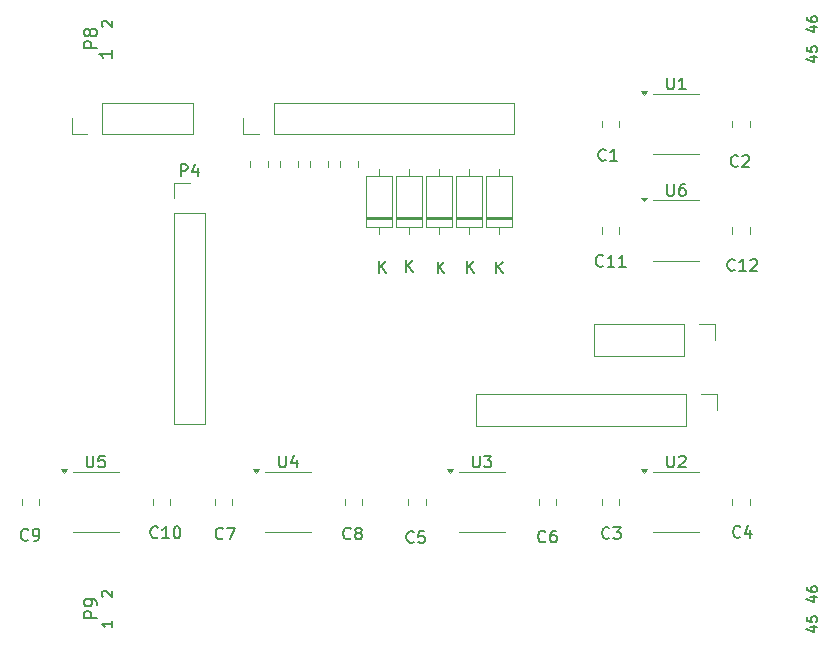
<source format=gto>
G04 #@! TF.GenerationSoftware,KiCad,Pcbnew,8.0.6*
G04 #@! TF.CreationDate,2025-01-05T20:35:50-05:00*
G04 #@! TF.ProjectId,Beagle-AI-64-CAN-Part2,42656167-6c65-42d4-9149-2d36342d4341,rev?*
G04 #@! TF.SameCoordinates,Original*
G04 #@! TF.FileFunction,Legend,Top*
G04 #@! TF.FilePolarity,Positive*
%FSLAX46Y46*%
G04 Gerber Fmt 4.6, Leading zero omitted, Abs format (unit mm)*
G04 Created by KiCad (PCBNEW 8.0.6) date 2025-01-05 20:35:50*
%MOMM*%
%LPD*%
G01*
G04 APERTURE LIST*
%ADD10C,0.150000*%
%ADD11C,0.152400*%
%ADD12C,0.190500*%
%ADD13C,0.120000*%
G04 APERTURE END LIST*
D10*
X156588095Y-100634819D02*
X156588095Y-99634819D01*
X157159523Y-100634819D02*
X156730952Y-100063390D01*
X157159523Y-99634819D02*
X156588095Y-100206247D01*
X154148095Y-100584819D02*
X154148095Y-99584819D01*
X154719523Y-100584819D02*
X154290952Y-100013390D01*
X154719523Y-99584819D02*
X154148095Y-100156247D01*
X151658095Y-100634819D02*
X151658095Y-99634819D01*
X152229523Y-100634819D02*
X151800952Y-100063390D01*
X152229523Y-99634819D02*
X151658095Y-100206247D01*
X148968095Y-100534819D02*
X148968095Y-99534819D01*
X149539523Y-100534819D02*
X149110952Y-99963390D01*
X149539523Y-99534819D02*
X148968095Y-100106247D01*
X146678095Y-100584819D02*
X146678095Y-99584819D01*
X147249523Y-100584819D02*
X146820952Y-100013390D01*
X147249523Y-99584819D02*
X146678095Y-100156247D01*
X171088095Y-93054819D02*
X171088095Y-93864342D01*
X171088095Y-93864342D02*
X171135714Y-93959580D01*
X171135714Y-93959580D02*
X171183333Y-94007200D01*
X171183333Y-94007200D02*
X171278571Y-94054819D01*
X171278571Y-94054819D02*
X171469047Y-94054819D01*
X171469047Y-94054819D02*
X171564285Y-94007200D01*
X171564285Y-94007200D02*
X171611904Y-93959580D01*
X171611904Y-93959580D02*
X171659523Y-93864342D01*
X171659523Y-93864342D02*
X171659523Y-93054819D01*
X172564285Y-93054819D02*
X172373809Y-93054819D01*
X172373809Y-93054819D02*
X172278571Y-93102438D01*
X172278571Y-93102438D02*
X172230952Y-93150057D01*
X172230952Y-93150057D02*
X172135714Y-93292914D01*
X172135714Y-93292914D02*
X172088095Y-93483390D01*
X172088095Y-93483390D02*
X172088095Y-93864342D01*
X172088095Y-93864342D02*
X172135714Y-93959580D01*
X172135714Y-93959580D02*
X172183333Y-94007200D01*
X172183333Y-94007200D02*
X172278571Y-94054819D01*
X172278571Y-94054819D02*
X172469047Y-94054819D01*
X172469047Y-94054819D02*
X172564285Y-94007200D01*
X172564285Y-94007200D02*
X172611904Y-93959580D01*
X172611904Y-93959580D02*
X172659523Y-93864342D01*
X172659523Y-93864342D02*
X172659523Y-93626247D01*
X172659523Y-93626247D02*
X172611904Y-93531009D01*
X172611904Y-93531009D02*
X172564285Y-93483390D01*
X172564285Y-93483390D02*
X172469047Y-93435771D01*
X172469047Y-93435771D02*
X172278571Y-93435771D01*
X172278571Y-93435771D02*
X172183333Y-93483390D01*
X172183333Y-93483390D02*
X172135714Y-93531009D01*
X172135714Y-93531009D02*
X172088095Y-93626247D01*
X116983333Y-123159580D02*
X116935714Y-123207200D01*
X116935714Y-123207200D02*
X116792857Y-123254819D01*
X116792857Y-123254819D02*
X116697619Y-123254819D01*
X116697619Y-123254819D02*
X116554762Y-123207200D01*
X116554762Y-123207200D02*
X116459524Y-123111961D01*
X116459524Y-123111961D02*
X116411905Y-123016723D01*
X116411905Y-123016723D02*
X116364286Y-122826247D01*
X116364286Y-122826247D02*
X116364286Y-122683390D01*
X116364286Y-122683390D02*
X116411905Y-122492914D01*
X116411905Y-122492914D02*
X116459524Y-122397676D01*
X116459524Y-122397676D02*
X116554762Y-122302438D01*
X116554762Y-122302438D02*
X116697619Y-122254819D01*
X116697619Y-122254819D02*
X116792857Y-122254819D01*
X116792857Y-122254819D02*
X116935714Y-122302438D01*
X116935714Y-122302438D02*
X116983333Y-122350057D01*
X117459524Y-123254819D02*
X117650000Y-123254819D01*
X117650000Y-123254819D02*
X117745238Y-123207200D01*
X117745238Y-123207200D02*
X117792857Y-123159580D01*
X117792857Y-123159580D02*
X117888095Y-123016723D01*
X117888095Y-123016723D02*
X117935714Y-122826247D01*
X117935714Y-122826247D02*
X117935714Y-122445295D01*
X117935714Y-122445295D02*
X117888095Y-122350057D01*
X117888095Y-122350057D02*
X117840476Y-122302438D01*
X117840476Y-122302438D02*
X117745238Y-122254819D01*
X117745238Y-122254819D02*
X117554762Y-122254819D01*
X117554762Y-122254819D02*
X117459524Y-122302438D01*
X117459524Y-122302438D02*
X117411905Y-122350057D01*
X117411905Y-122350057D02*
X117364286Y-122445295D01*
X117364286Y-122445295D02*
X117364286Y-122683390D01*
X117364286Y-122683390D02*
X117411905Y-122778628D01*
X117411905Y-122778628D02*
X117459524Y-122826247D01*
X117459524Y-122826247D02*
X117554762Y-122873866D01*
X117554762Y-122873866D02*
X117745238Y-122873866D01*
X117745238Y-122873866D02*
X117840476Y-122826247D01*
X117840476Y-122826247D02*
X117888095Y-122778628D01*
X117888095Y-122778628D02*
X117935714Y-122683390D01*
X121938095Y-116054819D02*
X121938095Y-116864342D01*
X121938095Y-116864342D02*
X121985714Y-116959580D01*
X121985714Y-116959580D02*
X122033333Y-117007200D01*
X122033333Y-117007200D02*
X122128571Y-117054819D01*
X122128571Y-117054819D02*
X122319047Y-117054819D01*
X122319047Y-117054819D02*
X122414285Y-117007200D01*
X122414285Y-117007200D02*
X122461904Y-116959580D01*
X122461904Y-116959580D02*
X122509523Y-116864342D01*
X122509523Y-116864342D02*
X122509523Y-116054819D01*
X123461904Y-116054819D02*
X122985714Y-116054819D01*
X122985714Y-116054819D02*
X122938095Y-116531009D01*
X122938095Y-116531009D02*
X122985714Y-116483390D01*
X122985714Y-116483390D02*
X123080952Y-116435771D01*
X123080952Y-116435771D02*
X123319047Y-116435771D01*
X123319047Y-116435771D02*
X123414285Y-116483390D01*
X123414285Y-116483390D02*
X123461904Y-116531009D01*
X123461904Y-116531009D02*
X123509523Y-116626247D01*
X123509523Y-116626247D02*
X123509523Y-116864342D01*
X123509523Y-116864342D02*
X123461904Y-116959580D01*
X123461904Y-116959580D02*
X123414285Y-117007200D01*
X123414285Y-117007200D02*
X123319047Y-117054819D01*
X123319047Y-117054819D02*
X123080952Y-117054819D01*
X123080952Y-117054819D02*
X122985714Y-117007200D01*
X122985714Y-117007200D02*
X122938095Y-116959580D01*
X129911905Y-92394819D02*
X129911905Y-91394819D01*
X129911905Y-91394819D02*
X130292857Y-91394819D01*
X130292857Y-91394819D02*
X130388095Y-91442438D01*
X130388095Y-91442438D02*
X130435714Y-91490057D01*
X130435714Y-91490057D02*
X130483333Y-91585295D01*
X130483333Y-91585295D02*
X130483333Y-91728152D01*
X130483333Y-91728152D02*
X130435714Y-91823390D01*
X130435714Y-91823390D02*
X130388095Y-91871009D01*
X130388095Y-91871009D02*
X130292857Y-91918628D01*
X130292857Y-91918628D02*
X129911905Y-91918628D01*
X131340476Y-91728152D02*
X131340476Y-92394819D01*
X131102381Y-91347200D02*
X130864286Y-92061485D01*
X130864286Y-92061485D02*
X131483333Y-92061485D01*
X160783333Y-123309580D02*
X160735714Y-123357200D01*
X160735714Y-123357200D02*
X160592857Y-123404819D01*
X160592857Y-123404819D02*
X160497619Y-123404819D01*
X160497619Y-123404819D02*
X160354762Y-123357200D01*
X160354762Y-123357200D02*
X160259524Y-123261961D01*
X160259524Y-123261961D02*
X160211905Y-123166723D01*
X160211905Y-123166723D02*
X160164286Y-122976247D01*
X160164286Y-122976247D02*
X160164286Y-122833390D01*
X160164286Y-122833390D02*
X160211905Y-122642914D01*
X160211905Y-122642914D02*
X160259524Y-122547676D01*
X160259524Y-122547676D02*
X160354762Y-122452438D01*
X160354762Y-122452438D02*
X160497619Y-122404819D01*
X160497619Y-122404819D02*
X160592857Y-122404819D01*
X160592857Y-122404819D02*
X160735714Y-122452438D01*
X160735714Y-122452438D02*
X160783333Y-122500057D01*
X161640476Y-122404819D02*
X161450000Y-122404819D01*
X161450000Y-122404819D02*
X161354762Y-122452438D01*
X161354762Y-122452438D02*
X161307143Y-122500057D01*
X161307143Y-122500057D02*
X161211905Y-122642914D01*
X161211905Y-122642914D02*
X161164286Y-122833390D01*
X161164286Y-122833390D02*
X161164286Y-123214342D01*
X161164286Y-123214342D02*
X161211905Y-123309580D01*
X161211905Y-123309580D02*
X161259524Y-123357200D01*
X161259524Y-123357200D02*
X161354762Y-123404819D01*
X161354762Y-123404819D02*
X161545238Y-123404819D01*
X161545238Y-123404819D02*
X161640476Y-123357200D01*
X161640476Y-123357200D02*
X161688095Y-123309580D01*
X161688095Y-123309580D02*
X161735714Y-123214342D01*
X161735714Y-123214342D02*
X161735714Y-122976247D01*
X161735714Y-122976247D02*
X161688095Y-122881009D01*
X161688095Y-122881009D02*
X161640476Y-122833390D01*
X161640476Y-122833390D02*
X161545238Y-122785771D01*
X161545238Y-122785771D02*
X161354762Y-122785771D01*
X161354762Y-122785771D02*
X161259524Y-122833390D01*
X161259524Y-122833390D02*
X161211905Y-122881009D01*
X161211905Y-122881009D02*
X161164286Y-122976247D01*
X177083333Y-91509580D02*
X177035714Y-91557200D01*
X177035714Y-91557200D02*
X176892857Y-91604819D01*
X176892857Y-91604819D02*
X176797619Y-91604819D01*
X176797619Y-91604819D02*
X176654762Y-91557200D01*
X176654762Y-91557200D02*
X176559524Y-91461961D01*
X176559524Y-91461961D02*
X176511905Y-91366723D01*
X176511905Y-91366723D02*
X176464286Y-91176247D01*
X176464286Y-91176247D02*
X176464286Y-91033390D01*
X176464286Y-91033390D02*
X176511905Y-90842914D01*
X176511905Y-90842914D02*
X176559524Y-90747676D01*
X176559524Y-90747676D02*
X176654762Y-90652438D01*
X176654762Y-90652438D02*
X176797619Y-90604819D01*
X176797619Y-90604819D02*
X176892857Y-90604819D01*
X176892857Y-90604819D02*
X177035714Y-90652438D01*
X177035714Y-90652438D02*
X177083333Y-90700057D01*
X177464286Y-90700057D02*
X177511905Y-90652438D01*
X177511905Y-90652438D02*
X177607143Y-90604819D01*
X177607143Y-90604819D02*
X177845238Y-90604819D01*
X177845238Y-90604819D02*
X177940476Y-90652438D01*
X177940476Y-90652438D02*
X177988095Y-90700057D01*
X177988095Y-90700057D02*
X178035714Y-90795295D01*
X178035714Y-90795295D02*
X178035714Y-90890533D01*
X178035714Y-90890533D02*
X177988095Y-91033390D01*
X177988095Y-91033390D02*
X177416667Y-91604819D01*
X177416667Y-91604819D02*
X178035714Y-91604819D01*
X144283333Y-123059580D02*
X144235714Y-123107200D01*
X144235714Y-123107200D02*
X144092857Y-123154819D01*
X144092857Y-123154819D02*
X143997619Y-123154819D01*
X143997619Y-123154819D02*
X143854762Y-123107200D01*
X143854762Y-123107200D02*
X143759524Y-123011961D01*
X143759524Y-123011961D02*
X143711905Y-122916723D01*
X143711905Y-122916723D02*
X143664286Y-122726247D01*
X143664286Y-122726247D02*
X143664286Y-122583390D01*
X143664286Y-122583390D02*
X143711905Y-122392914D01*
X143711905Y-122392914D02*
X143759524Y-122297676D01*
X143759524Y-122297676D02*
X143854762Y-122202438D01*
X143854762Y-122202438D02*
X143997619Y-122154819D01*
X143997619Y-122154819D02*
X144092857Y-122154819D01*
X144092857Y-122154819D02*
X144235714Y-122202438D01*
X144235714Y-122202438D02*
X144283333Y-122250057D01*
X144854762Y-122583390D02*
X144759524Y-122535771D01*
X144759524Y-122535771D02*
X144711905Y-122488152D01*
X144711905Y-122488152D02*
X144664286Y-122392914D01*
X144664286Y-122392914D02*
X144664286Y-122345295D01*
X144664286Y-122345295D02*
X144711905Y-122250057D01*
X144711905Y-122250057D02*
X144759524Y-122202438D01*
X144759524Y-122202438D02*
X144854762Y-122154819D01*
X144854762Y-122154819D02*
X145045238Y-122154819D01*
X145045238Y-122154819D02*
X145140476Y-122202438D01*
X145140476Y-122202438D02*
X145188095Y-122250057D01*
X145188095Y-122250057D02*
X145235714Y-122345295D01*
X145235714Y-122345295D02*
X145235714Y-122392914D01*
X145235714Y-122392914D02*
X145188095Y-122488152D01*
X145188095Y-122488152D02*
X145140476Y-122535771D01*
X145140476Y-122535771D02*
X145045238Y-122583390D01*
X145045238Y-122583390D02*
X144854762Y-122583390D01*
X144854762Y-122583390D02*
X144759524Y-122631009D01*
X144759524Y-122631009D02*
X144711905Y-122678628D01*
X144711905Y-122678628D02*
X144664286Y-122773866D01*
X144664286Y-122773866D02*
X144664286Y-122964342D01*
X144664286Y-122964342D02*
X144711905Y-123059580D01*
X144711905Y-123059580D02*
X144759524Y-123107200D01*
X144759524Y-123107200D02*
X144854762Y-123154819D01*
X144854762Y-123154819D02*
X145045238Y-123154819D01*
X145045238Y-123154819D02*
X145140476Y-123107200D01*
X145140476Y-123107200D02*
X145188095Y-123059580D01*
X145188095Y-123059580D02*
X145235714Y-122964342D01*
X145235714Y-122964342D02*
X145235714Y-122773866D01*
X145235714Y-122773866D02*
X145188095Y-122678628D01*
X145188095Y-122678628D02*
X145140476Y-122631009D01*
X145140476Y-122631009D02*
X145045238Y-122583390D01*
X133483333Y-123059580D02*
X133435714Y-123107200D01*
X133435714Y-123107200D02*
X133292857Y-123154819D01*
X133292857Y-123154819D02*
X133197619Y-123154819D01*
X133197619Y-123154819D02*
X133054762Y-123107200D01*
X133054762Y-123107200D02*
X132959524Y-123011961D01*
X132959524Y-123011961D02*
X132911905Y-122916723D01*
X132911905Y-122916723D02*
X132864286Y-122726247D01*
X132864286Y-122726247D02*
X132864286Y-122583390D01*
X132864286Y-122583390D02*
X132911905Y-122392914D01*
X132911905Y-122392914D02*
X132959524Y-122297676D01*
X132959524Y-122297676D02*
X133054762Y-122202438D01*
X133054762Y-122202438D02*
X133197619Y-122154819D01*
X133197619Y-122154819D02*
X133292857Y-122154819D01*
X133292857Y-122154819D02*
X133435714Y-122202438D01*
X133435714Y-122202438D02*
X133483333Y-122250057D01*
X133816667Y-122154819D02*
X134483333Y-122154819D01*
X134483333Y-122154819D02*
X134054762Y-123154819D01*
X165883333Y-90997080D02*
X165835714Y-91044700D01*
X165835714Y-91044700D02*
X165692857Y-91092319D01*
X165692857Y-91092319D02*
X165597619Y-91092319D01*
X165597619Y-91092319D02*
X165454762Y-91044700D01*
X165454762Y-91044700D02*
X165359524Y-90949461D01*
X165359524Y-90949461D02*
X165311905Y-90854223D01*
X165311905Y-90854223D02*
X165264286Y-90663747D01*
X165264286Y-90663747D02*
X165264286Y-90520890D01*
X165264286Y-90520890D02*
X165311905Y-90330414D01*
X165311905Y-90330414D02*
X165359524Y-90235176D01*
X165359524Y-90235176D02*
X165454762Y-90139938D01*
X165454762Y-90139938D02*
X165597619Y-90092319D01*
X165597619Y-90092319D02*
X165692857Y-90092319D01*
X165692857Y-90092319D02*
X165835714Y-90139938D01*
X165835714Y-90139938D02*
X165883333Y-90187557D01*
X166835714Y-91092319D02*
X166264286Y-91092319D01*
X166550000Y-91092319D02*
X166550000Y-90092319D01*
X166550000Y-90092319D02*
X166454762Y-90235176D01*
X166454762Y-90235176D02*
X166359524Y-90330414D01*
X166359524Y-90330414D02*
X166264286Y-90378033D01*
X127957142Y-122959580D02*
X127909523Y-123007200D01*
X127909523Y-123007200D02*
X127766666Y-123054819D01*
X127766666Y-123054819D02*
X127671428Y-123054819D01*
X127671428Y-123054819D02*
X127528571Y-123007200D01*
X127528571Y-123007200D02*
X127433333Y-122911961D01*
X127433333Y-122911961D02*
X127385714Y-122816723D01*
X127385714Y-122816723D02*
X127338095Y-122626247D01*
X127338095Y-122626247D02*
X127338095Y-122483390D01*
X127338095Y-122483390D02*
X127385714Y-122292914D01*
X127385714Y-122292914D02*
X127433333Y-122197676D01*
X127433333Y-122197676D02*
X127528571Y-122102438D01*
X127528571Y-122102438D02*
X127671428Y-122054819D01*
X127671428Y-122054819D02*
X127766666Y-122054819D01*
X127766666Y-122054819D02*
X127909523Y-122102438D01*
X127909523Y-122102438D02*
X127957142Y-122150057D01*
X128909523Y-123054819D02*
X128338095Y-123054819D01*
X128623809Y-123054819D02*
X128623809Y-122054819D01*
X128623809Y-122054819D02*
X128528571Y-122197676D01*
X128528571Y-122197676D02*
X128433333Y-122292914D01*
X128433333Y-122292914D02*
X128338095Y-122340533D01*
X129528571Y-122054819D02*
X129623809Y-122054819D01*
X129623809Y-122054819D02*
X129719047Y-122102438D01*
X129719047Y-122102438D02*
X129766666Y-122150057D01*
X129766666Y-122150057D02*
X129814285Y-122245295D01*
X129814285Y-122245295D02*
X129861904Y-122435771D01*
X129861904Y-122435771D02*
X129861904Y-122673866D01*
X129861904Y-122673866D02*
X129814285Y-122864342D01*
X129814285Y-122864342D02*
X129766666Y-122959580D01*
X129766666Y-122959580D02*
X129719047Y-123007200D01*
X129719047Y-123007200D02*
X129623809Y-123054819D01*
X129623809Y-123054819D02*
X129528571Y-123054819D01*
X129528571Y-123054819D02*
X129433333Y-123007200D01*
X129433333Y-123007200D02*
X129385714Y-122959580D01*
X129385714Y-122959580D02*
X129338095Y-122864342D01*
X129338095Y-122864342D02*
X129290476Y-122673866D01*
X129290476Y-122673866D02*
X129290476Y-122435771D01*
X129290476Y-122435771D02*
X129338095Y-122245295D01*
X129338095Y-122245295D02*
X129385714Y-122150057D01*
X129385714Y-122150057D02*
X129433333Y-122102438D01*
X129433333Y-122102438D02*
X129528571Y-122054819D01*
X165657142Y-99959580D02*
X165609523Y-100007200D01*
X165609523Y-100007200D02*
X165466666Y-100054819D01*
X165466666Y-100054819D02*
X165371428Y-100054819D01*
X165371428Y-100054819D02*
X165228571Y-100007200D01*
X165228571Y-100007200D02*
X165133333Y-99911961D01*
X165133333Y-99911961D02*
X165085714Y-99816723D01*
X165085714Y-99816723D02*
X165038095Y-99626247D01*
X165038095Y-99626247D02*
X165038095Y-99483390D01*
X165038095Y-99483390D02*
X165085714Y-99292914D01*
X165085714Y-99292914D02*
X165133333Y-99197676D01*
X165133333Y-99197676D02*
X165228571Y-99102438D01*
X165228571Y-99102438D02*
X165371428Y-99054819D01*
X165371428Y-99054819D02*
X165466666Y-99054819D01*
X165466666Y-99054819D02*
X165609523Y-99102438D01*
X165609523Y-99102438D02*
X165657142Y-99150057D01*
X166609523Y-100054819D02*
X166038095Y-100054819D01*
X166323809Y-100054819D02*
X166323809Y-99054819D01*
X166323809Y-99054819D02*
X166228571Y-99197676D01*
X166228571Y-99197676D02*
X166133333Y-99292914D01*
X166133333Y-99292914D02*
X166038095Y-99340533D01*
X167561904Y-100054819D02*
X166990476Y-100054819D01*
X167276190Y-100054819D02*
X167276190Y-99054819D01*
X167276190Y-99054819D02*
X167180952Y-99197676D01*
X167180952Y-99197676D02*
X167085714Y-99292914D01*
X167085714Y-99292914D02*
X166990476Y-99340533D01*
X154638095Y-116054819D02*
X154638095Y-116864342D01*
X154638095Y-116864342D02*
X154685714Y-116959580D01*
X154685714Y-116959580D02*
X154733333Y-117007200D01*
X154733333Y-117007200D02*
X154828571Y-117054819D01*
X154828571Y-117054819D02*
X155019047Y-117054819D01*
X155019047Y-117054819D02*
X155114285Y-117007200D01*
X155114285Y-117007200D02*
X155161904Y-116959580D01*
X155161904Y-116959580D02*
X155209523Y-116864342D01*
X155209523Y-116864342D02*
X155209523Y-116054819D01*
X155590476Y-116054819D02*
X156209523Y-116054819D01*
X156209523Y-116054819D02*
X155876190Y-116435771D01*
X155876190Y-116435771D02*
X156019047Y-116435771D01*
X156019047Y-116435771D02*
X156114285Y-116483390D01*
X156114285Y-116483390D02*
X156161904Y-116531009D01*
X156161904Y-116531009D02*
X156209523Y-116626247D01*
X156209523Y-116626247D02*
X156209523Y-116864342D01*
X156209523Y-116864342D02*
X156161904Y-116959580D01*
X156161904Y-116959580D02*
X156114285Y-117007200D01*
X156114285Y-117007200D02*
X156019047Y-117054819D01*
X156019047Y-117054819D02*
X155733333Y-117054819D01*
X155733333Y-117054819D02*
X155638095Y-117007200D01*
X155638095Y-117007200D02*
X155590476Y-116959580D01*
X149633333Y-123359580D02*
X149585714Y-123407200D01*
X149585714Y-123407200D02*
X149442857Y-123454819D01*
X149442857Y-123454819D02*
X149347619Y-123454819D01*
X149347619Y-123454819D02*
X149204762Y-123407200D01*
X149204762Y-123407200D02*
X149109524Y-123311961D01*
X149109524Y-123311961D02*
X149061905Y-123216723D01*
X149061905Y-123216723D02*
X149014286Y-123026247D01*
X149014286Y-123026247D02*
X149014286Y-122883390D01*
X149014286Y-122883390D02*
X149061905Y-122692914D01*
X149061905Y-122692914D02*
X149109524Y-122597676D01*
X149109524Y-122597676D02*
X149204762Y-122502438D01*
X149204762Y-122502438D02*
X149347619Y-122454819D01*
X149347619Y-122454819D02*
X149442857Y-122454819D01*
X149442857Y-122454819D02*
X149585714Y-122502438D01*
X149585714Y-122502438D02*
X149633333Y-122550057D01*
X150538095Y-122454819D02*
X150061905Y-122454819D01*
X150061905Y-122454819D02*
X150014286Y-122931009D01*
X150014286Y-122931009D02*
X150061905Y-122883390D01*
X150061905Y-122883390D02*
X150157143Y-122835771D01*
X150157143Y-122835771D02*
X150395238Y-122835771D01*
X150395238Y-122835771D02*
X150490476Y-122883390D01*
X150490476Y-122883390D02*
X150538095Y-122931009D01*
X150538095Y-122931009D02*
X150585714Y-123026247D01*
X150585714Y-123026247D02*
X150585714Y-123264342D01*
X150585714Y-123264342D02*
X150538095Y-123359580D01*
X150538095Y-123359580D02*
X150490476Y-123407200D01*
X150490476Y-123407200D02*
X150395238Y-123454819D01*
X150395238Y-123454819D02*
X150157143Y-123454819D01*
X150157143Y-123454819D02*
X150061905Y-123407200D01*
X150061905Y-123407200D02*
X150014286Y-123359580D01*
X171088095Y-84054819D02*
X171088095Y-84864342D01*
X171088095Y-84864342D02*
X171135714Y-84959580D01*
X171135714Y-84959580D02*
X171183333Y-85007200D01*
X171183333Y-85007200D02*
X171278571Y-85054819D01*
X171278571Y-85054819D02*
X171469047Y-85054819D01*
X171469047Y-85054819D02*
X171564285Y-85007200D01*
X171564285Y-85007200D02*
X171611904Y-84959580D01*
X171611904Y-84959580D02*
X171659523Y-84864342D01*
X171659523Y-84864342D02*
X171659523Y-84054819D01*
X172659523Y-85054819D02*
X172088095Y-85054819D01*
X172373809Y-85054819D02*
X172373809Y-84054819D01*
X172373809Y-84054819D02*
X172278571Y-84197676D01*
X172278571Y-84197676D02*
X172183333Y-84292914D01*
X172183333Y-84292914D02*
X172088095Y-84340533D01*
X171088095Y-116054819D02*
X171088095Y-116864342D01*
X171088095Y-116864342D02*
X171135714Y-116959580D01*
X171135714Y-116959580D02*
X171183333Y-117007200D01*
X171183333Y-117007200D02*
X171278571Y-117054819D01*
X171278571Y-117054819D02*
X171469047Y-117054819D01*
X171469047Y-117054819D02*
X171564285Y-117007200D01*
X171564285Y-117007200D02*
X171611904Y-116959580D01*
X171611904Y-116959580D02*
X171659523Y-116864342D01*
X171659523Y-116864342D02*
X171659523Y-116054819D01*
X172088095Y-116150057D02*
X172135714Y-116102438D01*
X172135714Y-116102438D02*
X172230952Y-116054819D01*
X172230952Y-116054819D02*
X172469047Y-116054819D01*
X172469047Y-116054819D02*
X172564285Y-116102438D01*
X172564285Y-116102438D02*
X172611904Y-116150057D01*
X172611904Y-116150057D02*
X172659523Y-116245295D01*
X172659523Y-116245295D02*
X172659523Y-116340533D01*
X172659523Y-116340533D02*
X172611904Y-116483390D01*
X172611904Y-116483390D02*
X172040476Y-117054819D01*
X172040476Y-117054819D02*
X172659523Y-117054819D01*
X176807142Y-100309580D02*
X176759523Y-100357200D01*
X176759523Y-100357200D02*
X176616666Y-100404819D01*
X176616666Y-100404819D02*
X176521428Y-100404819D01*
X176521428Y-100404819D02*
X176378571Y-100357200D01*
X176378571Y-100357200D02*
X176283333Y-100261961D01*
X176283333Y-100261961D02*
X176235714Y-100166723D01*
X176235714Y-100166723D02*
X176188095Y-99976247D01*
X176188095Y-99976247D02*
X176188095Y-99833390D01*
X176188095Y-99833390D02*
X176235714Y-99642914D01*
X176235714Y-99642914D02*
X176283333Y-99547676D01*
X176283333Y-99547676D02*
X176378571Y-99452438D01*
X176378571Y-99452438D02*
X176521428Y-99404819D01*
X176521428Y-99404819D02*
X176616666Y-99404819D01*
X176616666Y-99404819D02*
X176759523Y-99452438D01*
X176759523Y-99452438D02*
X176807142Y-99500057D01*
X177759523Y-100404819D02*
X177188095Y-100404819D01*
X177473809Y-100404819D02*
X177473809Y-99404819D01*
X177473809Y-99404819D02*
X177378571Y-99547676D01*
X177378571Y-99547676D02*
X177283333Y-99642914D01*
X177283333Y-99642914D02*
X177188095Y-99690533D01*
X178140476Y-99500057D02*
X178188095Y-99452438D01*
X178188095Y-99452438D02*
X178283333Y-99404819D01*
X178283333Y-99404819D02*
X178521428Y-99404819D01*
X178521428Y-99404819D02*
X178616666Y-99452438D01*
X178616666Y-99452438D02*
X178664285Y-99500057D01*
X178664285Y-99500057D02*
X178711904Y-99595295D01*
X178711904Y-99595295D02*
X178711904Y-99690533D01*
X178711904Y-99690533D02*
X178664285Y-99833390D01*
X178664285Y-99833390D02*
X178092857Y-100404819D01*
X178092857Y-100404819D02*
X178711904Y-100404819D01*
X138238095Y-116054819D02*
X138238095Y-116864342D01*
X138238095Y-116864342D02*
X138285714Y-116959580D01*
X138285714Y-116959580D02*
X138333333Y-117007200D01*
X138333333Y-117007200D02*
X138428571Y-117054819D01*
X138428571Y-117054819D02*
X138619047Y-117054819D01*
X138619047Y-117054819D02*
X138714285Y-117007200D01*
X138714285Y-117007200D02*
X138761904Y-116959580D01*
X138761904Y-116959580D02*
X138809523Y-116864342D01*
X138809523Y-116864342D02*
X138809523Y-116054819D01*
X139714285Y-116388152D02*
X139714285Y-117054819D01*
X139476190Y-116007200D02*
X139238095Y-116721485D01*
X139238095Y-116721485D02*
X139857142Y-116721485D01*
X166183333Y-123009580D02*
X166135714Y-123057200D01*
X166135714Y-123057200D02*
X165992857Y-123104819D01*
X165992857Y-123104819D02*
X165897619Y-123104819D01*
X165897619Y-123104819D02*
X165754762Y-123057200D01*
X165754762Y-123057200D02*
X165659524Y-122961961D01*
X165659524Y-122961961D02*
X165611905Y-122866723D01*
X165611905Y-122866723D02*
X165564286Y-122676247D01*
X165564286Y-122676247D02*
X165564286Y-122533390D01*
X165564286Y-122533390D02*
X165611905Y-122342914D01*
X165611905Y-122342914D02*
X165659524Y-122247676D01*
X165659524Y-122247676D02*
X165754762Y-122152438D01*
X165754762Y-122152438D02*
X165897619Y-122104819D01*
X165897619Y-122104819D02*
X165992857Y-122104819D01*
X165992857Y-122104819D02*
X166135714Y-122152438D01*
X166135714Y-122152438D02*
X166183333Y-122200057D01*
X166516667Y-122104819D02*
X167135714Y-122104819D01*
X167135714Y-122104819D02*
X166802381Y-122485771D01*
X166802381Y-122485771D02*
X166945238Y-122485771D01*
X166945238Y-122485771D02*
X167040476Y-122533390D01*
X167040476Y-122533390D02*
X167088095Y-122581009D01*
X167088095Y-122581009D02*
X167135714Y-122676247D01*
X167135714Y-122676247D02*
X167135714Y-122914342D01*
X167135714Y-122914342D02*
X167088095Y-123009580D01*
X167088095Y-123009580D02*
X167040476Y-123057200D01*
X167040476Y-123057200D02*
X166945238Y-123104819D01*
X166945238Y-123104819D02*
X166659524Y-123104819D01*
X166659524Y-123104819D02*
X166564286Y-123057200D01*
X166564286Y-123057200D02*
X166516667Y-123009580D01*
X177283333Y-122909580D02*
X177235714Y-122957200D01*
X177235714Y-122957200D02*
X177092857Y-123004819D01*
X177092857Y-123004819D02*
X176997619Y-123004819D01*
X176997619Y-123004819D02*
X176854762Y-122957200D01*
X176854762Y-122957200D02*
X176759524Y-122861961D01*
X176759524Y-122861961D02*
X176711905Y-122766723D01*
X176711905Y-122766723D02*
X176664286Y-122576247D01*
X176664286Y-122576247D02*
X176664286Y-122433390D01*
X176664286Y-122433390D02*
X176711905Y-122242914D01*
X176711905Y-122242914D02*
X176759524Y-122147676D01*
X176759524Y-122147676D02*
X176854762Y-122052438D01*
X176854762Y-122052438D02*
X176997619Y-122004819D01*
X176997619Y-122004819D02*
X177092857Y-122004819D01*
X177092857Y-122004819D02*
X177235714Y-122052438D01*
X177235714Y-122052438D02*
X177283333Y-122100057D01*
X178140476Y-122338152D02*
X178140476Y-123004819D01*
X177902381Y-121957200D02*
X177664286Y-122671485D01*
X177664286Y-122671485D02*
X178283333Y-122671485D01*
D11*
X183206654Y-130548742D02*
X183782387Y-130548742D01*
X182877664Y-130754361D02*
X183494521Y-130959980D01*
X183494521Y-130959980D02*
X183494521Y-130425371D01*
X182918787Y-129685142D02*
X182918787Y-130096380D01*
X182918787Y-130096380D02*
X183330025Y-130137504D01*
X183330025Y-130137504D02*
X183288902Y-130096380D01*
X183288902Y-130096380D02*
X183247778Y-130014133D01*
X183247778Y-130014133D02*
X183247778Y-129808514D01*
X183247778Y-129808514D02*
X183288902Y-129726266D01*
X183288902Y-129726266D02*
X183330025Y-129685142D01*
X183330025Y-129685142D02*
X183412273Y-129644019D01*
X183412273Y-129644019D02*
X183617892Y-129644019D01*
X183617892Y-129644019D02*
X183700140Y-129685142D01*
X183700140Y-129685142D02*
X183741264Y-129726266D01*
X183741264Y-129726266D02*
X183782387Y-129808514D01*
X183782387Y-129808514D02*
X183782387Y-130014133D01*
X183782387Y-130014133D02*
X183741264Y-130096380D01*
X183741264Y-130096380D02*
X183700140Y-130137504D01*
D12*
X122793983Y-81568773D02*
X121714483Y-81568773D01*
X121714483Y-81568773D02*
X121714483Y-81157535D01*
X121714483Y-81157535D02*
X121765888Y-81054725D01*
X121765888Y-81054725D02*
X121817293Y-81003320D01*
X121817293Y-81003320D02*
X121920102Y-80951916D01*
X121920102Y-80951916D02*
X122074317Y-80951916D01*
X122074317Y-80951916D02*
X122177126Y-81003320D01*
X122177126Y-81003320D02*
X122228531Y-81054725D01*
X122228531Y-81054725D02*
X122279936Y-81157535D01*
X122279936Y-81157535D02*
X122279936Y-81568773D01*
X122177126Y-80335058D02*
X122125721Y-80437868D01*
X122125721Y-80437868D02*
X122074317Y-80489273D01*
X122074317Y-80489273D02*
X121971507Y-80540677D01*
X121971507Y-80540677D02*
X121920102Y-80540677D01*
X121920102Y-80540677D02*
X121817293Y-80489273D01*
X121817293Y-80489273D02*
X121765888Y-80437868D01*
X121765888Y-80437868D02*
X121714483Y-80335058D01*
X121714483Y-80335058D02*
X121714483Y-80129439D01*
X121714483Y-80129439D02*
X121765888Y-80026630D01*
X121765888Y-80026630D02*
X121817293Y-79975225D01*
X121817293Y-79975225D02*
X121920102Y-79923820D01*
X121920102Y-79923820D02*
X121971507Y-79923820D01*
X121971507Y-79923820D02*
X122074317Y-79975225D01*
X122074317Y-79975225D02*
X122125721Y-80026630D01*
X122125721Y-80026630D02*
X122177126Y-80129439D01*
X122177126Y-80129439D02*
X122177126Y-80335058D01*
X122177126Y-80335058D02*
X122228531Y-80437868D01*
X122228531Y-80437868D02*
X122279936Y-80489273D01*
X122279936Y-80489273D02*
X122382745Y-80540677D01*
X122382745Y-80540677D02*
X122588364Y-80540677D01*
X122588364Y-80540677D02*
X122691174Y-80489273D01*
X122691174Y-80489273D02*
X122742579Y-80437868D01*
X122742579Y-80437868D02*
X122793983Y-80335058D01*
X122793983Y-80335058D02*
X122793983Y-80129439D01*
X122793983Y-80129439D02*
X122742579Y-80026630D01*
X122742579Y-80026630D02*
X122691174Y-79975225D01*
X122691174Y-79975225D02*
X122588364Y-79923820D01*
X122588364Y-79923820D02*
X122382745Y-79923820D01*
X122382745Y-79923820D02*
X122279936Y-79975225D01*
X122279936Y-79975225D02*
X122228531Y-80026630D01*
X122228531Y-80026630D02*
X122177126Y-80129439D01*
D11*
X183206654Y-79748742D02*
X183782387Y-79748742D01*
X182877664Y-79954361D02*
X183494521Y-80159980D01*
X183494521Y-80159980D02*
X183494521Y-79625371D01*
X182918787Y-78926266D02*
X182918787Y-79090761D01*
X182918787Y-79090761D02*
X182959911Y-79173009D01*
X182959911Y-79173009D02*
X183001035Y-79214133D01*
X183001035Y-79214133D02*
X183124406Y-79296380D01*
X183124406Y-79296380D02*
X183288902Y-79337504D01*
X183288902Y-79337504D02*
X183617892Y-79337504D01*
X183617892Y-79337504D02*
X183700140Y-79296380D01*
X183700140Y-79296380D02*
X183741264Y-79255257D01*
X183741264Y-79255257D02*
X183782387Y-79173009D01*
X183782387Y-79173009D02*
X183782387Y-79008514D01*
X183782387Y-79008514D02*
X183741264Y-78926266D01*
X183741264Y-78926266D02*
X183700140Y-78885142D01*
X183700140Y-78885142D02*
X183617892Y-78844019D01*
X183617892Y-78844019D02*
X183412273Y-78844019D01*
X183412273Y-78844019D02*
X183330025Y-78885142D01*
X183330025Y-78885142D02*
X183288902Y-78926266D01*
X183288902Y-78926266D02*
X183247778Y-79008514D01*
X183247778Y-79008514D02*
X183247778Y-79173009D01*
X183247778Y-79173009D02*
X183288902Y-79255257D01*
X183288902Y-79255257D02*
X183330025Y-79296380D01*
X183330025Y-79296380D02*
X183412273Y-79337504D01*
D12*
X122793983Y-129828773D02*
X121714483Y-129828773D01*
X121714483Y-129828773D02*
X121714483Y-129417535D01*
X121714483Y-129417535D02*
X121765888Y-129314725D01*
X121765888Y-129314725D02*
X121817293Y-129263320D01*
X121817293Y-129263320D02*
X121920102Y-129211916D01*
X121920102Y-129211916D02*
X122074317Y-129211916D01*
X122074317Y-129211916D02*
X122177126Y-129263320D01*
X122177126Y-129263320D02*
X122228531Y-129314725D01*
X122228531Y-129314725D02*
X122279936Y-129417535D01*
X122279936Y-129417535D02*
X122279936Y-129828773D01*
X122793983Y-128697868D02*
X122793983Y-128492249D01*
X122793983Y-128492249D02*
X122742579Y-128389439D01*
X122742579Y-128389439D02*
X122691174Y-128338035D01*
X122691174Y-128338035D02*
X122536959Y-128235225D01*
X122536959Y-128235225D02*
X122331340Y-128183820D01*
X122331340Y-128183820D02*
X121920102Y-128183820D01*
X121920102Y-128183820D02*
X121817293Y-128235225D01*
X121817293Y-128235225D02*
X121765888Y-128286630D01*
X121765888Y-128286630D02*
X121714483Y-128389439D01*
X121714483Y-128389439D02*
X121714483Y-128595058D01*
X121714483Y-128595058D02*
X121765888Y-128697868D01*
X121765888Y-128697868D02*
X121817293Y-128749273D01*
X121817293Y-128749273D02*
X121920102Y-128800677D01*
X121920102Y-128800677D02*
X122177126Y-128800677D01*
X122177126Y-128800677D02*
X122279936Y-128749273D01*
X122279936Y-128749273D02*
X122331340Y-128697868D01*
X122331340Y-128697868D02*
X122382745Y-128595058D01*
X122382745Y-128595058D02*
X122382745Y-128389439D01*
X122382745Y-128389439D02*
X122331340Y-128286630D01*
X122331340Y-128286630D02*
X122279936Y-128235225D01*
X122279936Y-128235225D02*
X122177126Y-128183820D01*
D11*
X124092387Y-130055257D02*
X124092387Y-130548742D01*
X124092387Y-130301999D02*
X123228787Y-130301999D01*
X123228787Y-130301999D02*
X123352159Y-130384247D01*
X123352159Y-130384247D02*
X123434406Y-130466495D01*
X123434406Y-130466495D02*
X123475530Y-130548742D01*
D12*
X124063983Y-81733570D02*
X124063983Y-82350427D01*
X124063983Y-82041999D02*
X122984483Y-82041999D01*
X122984483Y-82041999D02*
X123138698Y-82144808D01*
X123138698Y-82144808D02*
X123241507Y-82247618D01*
X123241507Y-82247618D02*
X123292912Y-82350427D01*
D11*
X183206654Y-128008742D02*
X183782387Y-128008742D01*
X182877664Y-128214361D02*
X183494521Y-128419980D01*
X183494521Y-128419980D02*
X183494521Y-127885371D01*
X182918787Y-127186266D02*
X182918787Y-127350761D01*
X182918787Y-127350761D02*
X182959911Y-127433009D01*
X182959911Y-127433009D02*
X183001035Y-127474133D01*
X183001035Y-127474133D02*
X183124406Y-127556380D01*
X183124406Y-127556380D02*
X183288902Y-127597504D01*
X183288902Y-127597504D02*
X183617892Y-127597504D01*
X183617892Y-127597504D02*
X183700140Y-127556380D01*
X183700140Y-127556380D02*
X183741264Y-127515257D01*
X183741264Y-127515257D02*
X183782387Y-127433009D01*
X183782387Y-127433009D02*
X183782387Y-127268514D01*
X183782387Y-127268514D02*
X183741264Y-127186266D01*
X183741264Y-127186266D02*
X183700140Y-127145142D01*
X183700140Y-127145142D02*
X183617892Y-127104019D01*
X183617892Y-127104019D02*
X183412273Y-127104019D01*
X183412273Y-127104019D02*
X183330025Y-127145142D01*
X183330025Y-127145142D02*
X183288902Y-127186266D01*
X183288902Y-127186266D02*
X183247778Y-127268514D01*
X183247778Y-127268514D02*
X183247778Y-127433009D01*
X183247778Y-127433009D02*
X183288902Y-127515257D01*
X183288902Y-127515257D02*
X183330025Y-127556380D01*
X183330025Y-127556380D02*
X183412273Y-127597504D01*
X123311035Y-128008742D02*
X123269911Y-127967618D01*
X123269911Y-127967618D02*
X123228787Y-127885371D01*
X123228787Y-127885371D02*
X123228787Y-127679752D01*
X123228787Y-127679752D02*
X123269911Y-127597504D01*
X123269911Y-127597504D02*
X123311035Y-127556380D01*
X123311035Y-127556380D02*
X123393283Y-127515257D01*
X123393283Y-127515257D02*
X123475530Y-127515257D01*
X123475530Y-127515257D02*
X123598902Y-127556380D01*
X123598902Y-127556380D02*
X124092387Y-128049866D01*
X124092387Y-128049866D02*
X124092387Y-127515257D01*
X123311035Y-79748742D02*
X123269911Y-79707618D01*
X123269911Y-79707618D02*
X123228787Y-79625371D01*
X123228787Y-79625371D02*
X123228787Y-79419752D01*
X123228787Y-79419752D02*
X123269911Y-79337504D01*
X123269911Y-79337504D02*
X123311035Y-79296380D01*
X123311035Y-79296380D02*
X123393283Y-79255257D01*
X123393283Y-79255257D02*
X123475530Y-79255257D01*
X123475530Y-79255257D02*
X123598902Y-79296380D01*
X123598902Y-79296380D02*
X124092387Y-79789866D01*
X124092387Y-79789866D02*
X124092387Y-79255257D01*
X183206654Y-82288742D02*
X183782387Y-82288742D01*
X182877664Y-82494361D02*
X183494521Y-82699980D01*
X183494521Y-82699980D02*
X183494521Y-82165371D01*
X182918787Y-81425142D02*
X182918787Y-81836380D01*
X182918787Y-81836380D02*
X183330025Y-81877504D01*
X183330025Y-81877504D02*
X183288902Y-81836380D01*
X183288902Y-81836380D02*
X183247778Y-81754133D01*
X183247778Y-81754133D02*
X183247778Y-81548514D01*
X183247778Y-81548514D02*
X183288902Y-81466266D01*
X183288902Y-81466266D02*
X183330025Y-81425142D01*
X183330025Y-81425142D02*
X183412273Y-81384019D01*
X183412273Y-81384019D02*
X183617892Y-81384019D01*
X183617892Y-81384019D02*
X183700140Y-81425142D01*
X183700140Y-81425142D02*
X183741264Y-81466266D01*
X183741264Y-81466266D02*
X183782387Y-81548514D01*
X183782387Y-81548514D02*
X183782387Y-81754133D01*
X183782387Y-81754133D02*
X183741264Y-81836380D01*
X183741264Y-81836380D02*
X183700140Y-81877504D01*
D13*
X156850000Y-97310000D02*
X156850000Y-96660000D01*
X155730000Y-96660000D02*
X157970000Y-96660000D01*
X157970000Y-96660000D02*
X157970000Y-92420000D01*
X155730000Y-96060000D02*
X157970000Y-96060000D01*
X155730000Y-95940000D02*
X157970000Y-95940000D01*
X155730000Y-95820000D02*
X157970000Y-95820000D01*
X155730000Y-92420000D02*
X155730000Y-96660000D01*
X157970000Y-92420000D02*
X155730000Y-92420000D01*
X156850000Y-91770000D02*
X156850000Y-92420000D01*
X154310000Y-97310000D02*
X154310000Y-96660000D01*
X153190000Y-96660000D02*
X155430000Y-96660000D01*
X155430000Y-96660000D02*
X155430000Y-92420000D01*
X153190000Y-96060000D02*
X155430000Y-96060000D01*
X153190000Y-95940000D02*
X155430000Y-95940000D01*
X153190000Y-95820000D02*
X155430000Y-95820000D01*
X153190000Y-92420000D02*
X153190000Y-96660000D01*
X155430000Y-92420000D02*
X153190000Y-92420000D01*
X154310000Y-91770000D02*
X154310000Y-92420000D01*
X151770000Y-97310000D02*
X151770000Y-96660000D01*
X150650000Y-96660000D02*
X152890000Y-96660000D01*
X152890000Y-96660000D02*
X152890000Y-92420000D01*
X150650000Y-96060000D02*
X152890000Y-96060000D01*
X150650000Y-95940000D02*
X152890000Y-95940000D01*
X150650000Y-95820000D02*
X152890000Y-95820000D01*
X150650000Y-92420000D02*
X150650000Y-96660000D01*
X152890000Y-92420000D02*
X150650000Y-92420000D01*
X151770000Y-91770000D02*
X151770000Y-92420000D01*
X149230000Y-97310000D02*
X149230000Y-96660000D01*
X148110000Y-96660000D02*
X150350000Y-96660000D01*
X150350000Y-96660000D02*
X150350000Y-92420000D01*
X148110000Y-96060000D02*
X150350000Y-96060000D01*
X148110000Y-95940000D02*
X150350000Y-95940000D01*
X148110000Y-95820000D02*
X150350000Y-95820000D01*
X148110000Y-92420000D02*
X148110000Y-96660000D01*
X150350000Y-92420000D02*
X148110000Y-92420000D01*
X149230000Y-91770000D02*
X149230000Y-92420000D01*
X146690000Y-97310000D02*
X146690000Y-96660000D01*
X145570000Y-96660000D02*
X147810000Y-96660000D01*
X147810000Y-96660000D02*
X147810000Y-92420000D01*
X145570000Y-96060000D02*
X147810000Y-96060000D01*
X145570000Y-95940000D02*
X147810000Y-95940000D01*
X145570000Y-95820000D02*
X147810000Y-95820000D01*
X145570000Y-92420000D02*
X145570000Y-96660000D01*
X147810000Y-92420000D02*
X145570000Y-92420000D01*
X146690000Y-91770000D02*
X146690000Y-92420000D01*
X175150000Y-104920000D02*
X175150000Y-106250000D01*
X173820000Y-104920000D02*
X175150000Y-104920000D01*
X172550000Y-104920000D02*
X164870000Y-104920000D01*
X172550000Y-104920000D02*
X172550000Y-107580000D01*
X164870000Y-104920000D02*
X164870000Y-107580000D01*
X172550000Y-107580000D02*
X164870000Y-107580000D01*
X171850000Y-94440000D02*
X169900000Y-94440000D01*
X171850000Y-94440000D02*
X173800000Y-94440000D01*
X171850000Y-99560000D02*
X169900000Y-99560000D01*
X171850000Y-99560000D02*
X173800000Y-99560000D01*
X169150000Y-94535000D02*
X168910000Y-94205000D01*
X169390000Y-94205000D01*
X169150000Y-94535000D01*
G36*
X169150000Y-94535000D02*
G01*
X168910000Y-94205000D01*
X169390000Y-94205000D01*
X169150000Y-94535000D01*
G37*
X116465000Y-120261252D02*
X116465000Y-119738748D01*
X117935000Y-120261252D02*
X117935000Y-119738748D01*
X122700000Y-117440000D02*
X120750000Y-117440000D01*
X122700000Y-117440000D02*
X124650000Y-117440000D01*
X122700000Y-122560000D02*
X120750000Y-122560000D01*
X122700000Y-122560000D02*
X124650000Y-122560000D01*
X120000000Y-117535000D02*
X119760000Y-117205000D01*
X120240000Y-117205000D01*
X120000000Y-117535000D01*
G36*
X120000000Y-117535000D02*
G01*
X119760000Y-117205000D01*
X120240000Y-117205000D01*
X120000000Y-117535000D01*
G37*
X129320000Y-92940000D02*
X130650000Y-92940000D01*
X129320000Y-94270000D02*
X129320000Y-92940000D01*
X129320000Y-95540000D02*
X129320000Y-113380000D01*
X129320000Y-95540000D02*
X131980000Y-95540000D01*
X129320000Y-113380000D02*
X131980000Y-113380000D01*
X131980000Y-95540000D02*
X131980000Y-113380000D01*
X120670000Y-88830000D02*
X120670000Y-87500000D01*
X122000000Y-88830000D02*
X120670000Y-88830000D01*
X123270000Y-88830000D02*
X130950000Y-88830000D01*
X123270000Y-88830000D02*
X123270000Y-86170000D01*
X130950000Y-88830000D02*
X130950000Y-86170000D01*
X123270000Y-86170000D02*
X130950000Y-86170000D01*
X161685000Y-119738748D02*
X161685000Y-120261252D01*
X160215000Y-119738748D02*
X160215000Y-120261252D01*
X176615000Y-87738748D02*
X176615000Y-88261252D01*
X178085000Y-87738748D02*
X178085000Y-88261252D01*
X145285000Y-119738748D02*
X145285000Y-120261252D01*
X143815000Y-119738748D02*
X143815000Y-120261252D01*
X132765000Y-120261252D02*
X132765000Y-119738748D01*
X134235000Y-120261252D02*
X134235000Y-119738748D01*
X165565000Y-88261252D02*
X165565000Y-87738748D01*
X167035000Y-88261252D02*
X167035000Y-87738748D01*
X128985000Y-119738748D02*
X128985000Y-120261252D01*
X127515000Y-119738748D02*
X127515000Y-120261252D01*
X165565000Y-97261252D02*
X165565000Y-96738748D01*
X167035000Y-97261252D02*
X167035000Y-96738748D01*
X155400000Y-117440000D02*
X153450000Y-117440000D01*
X155400000Y-117440000D02*
X157350000Y-117440000D01*
X155400000Y-122560000D02*
X153450000Y-122560000D01*
X155400000Y-122560000D02*
X157350000Y-122560000D01*
X152700000Y-117535000D02*
X152460000Y-117205000D01*
X152940000Y-117205000D01*
X152700000Y-117535000D01*
G36*
X152700000Y-117535000D02*
G01*
X152460000Y-117205000D01*
X152940000Y-117205000D01*
X152700000Y-117535000D01*
G37*
X140875000Y-91577064D02*
X140875000Y-91122936D01*
X142345000Y-91577064D02*
X142345000Y-91122936D01*
X143415000Y-91577064D02*
X143415000Y-91122936D01*
X144885000Y-91577064D02*
X144885000Y-91122936D01*
X149165000Y-120261252D02*
X149165000Y-119738748D01*
X150635000Y-120261252D02*
X150635000Y-119738748D01*
X175320000Y-110870000D02*
X175320000Y-112200000D01*
X173990000Y-110870000D02*
X175320000Y-110870000D01*
X172720000Y-110870000D02*
X154880000Y-110870000D01*
X172720000Y-110870000D02*
X172720000Y-113530000D01*
X154880000Y-110870000D02*
X154880000Y-113530000D01*
X172720000Y-113530000D02*
X154880000Y-113530000D01*
X138335000Y-91577064D02*
X138335000Y-91122936D01*
X139805000Y-91577064D02*
X139805000Y-91122936D01*
X171850000Y-85440000D02*
X169900000Y-85440000D01*
X171850000Y-85440000D02*
X173800000Y-85440000D01*
X171850000Y-90560000D02*
X169900000Y-90560000D01*
X171850000Y-90560000D02*
X173800000Y-90560000D01*
X169150000Y-85535000D02*
X168910000Y-85205000D01*
X169390000Y-85205000D01*
X169150000Y-85535000D01*
G36*
X169150000Y-85535000D02*
G01*
X168910000Y-85205000D01*
X169390000Y-85205000D01*
X169150000Y-85535000D01*
G37*
X171850000Y-117440000D02*
X169900000Y-117440000D01*
X171850000Y-117440000D02*
X173800000Y-117440000D01*
X171850000Y-122560000D02*
X169900000Y-122560000D01*
X171850000Y-122560000D02*
X173800000Y-122560000D01*
X169150000Y-117535000D02*
X168910000Y-117205000D01*
X169390000Y-117205000D01*
X169150000Y-117535000D01*
G36*
X169150000Y-117535000D02*
G01*
X168910000Y-117205000D01*
X169390000Y-117205000D01*
X169150000Y-117535000D01*
G37*
X135170000Y-88830000D02*
X135170000Y-87500000D01*
X136500000Y-88830000D02*
X135170000Y-88830000D01*
X137770000Y-88830000D02*
X158150000Y-88830000D01*
X137770000Y-88830000D02*
X137770000Y-86170000D01*
X158150000Y-88830000D02*
X158150000Y-86170000D01*
X137770000Y-86170000D02*
X158150000Y-86170000D01*
X178085000Y-96738748D02*
X178085000Y-97261252D01*
X176615000Y-96738748D02*
X176615000Y-97261252D01*
X139000000Y-117440000D02*
X137050000Y-117440000D01*
X139000000Y-117440000D02*
X140950000Y-117440000D01*
X139000000Y-122560000D02*
X137050000Y-122560000D01*
X139000000Y-122560000D02*
X140950000Y-122560000D01*
X136300000Y-117535000D02*
X136060000Y-117205000D01*
X136540000Y-117205000D01*
X136300000Y-117535000D01*
G36*
X136300000Y-117535000D02*
G01*
X136060000Y-117205000D01*
X136540000Y-117205000D01*
X136300000Y-117535000D01*
G37*
X135795000Y-91577064D02*
X135795000Y-91122936D01*
X137265000Y-91577064D02*
X137265000Y-91122936D01*
X165565000Y-120261252D02*
X165565000Y-119738748D01*
X167035000Y-120261252D02*
X167035000Y-119738748D01*
X178085000Y-119738748D02*
X178085000Y-120261252D01*
X176615000Y-119738748D02*
X176615000Y-120261252D01*
M02*

</source>
